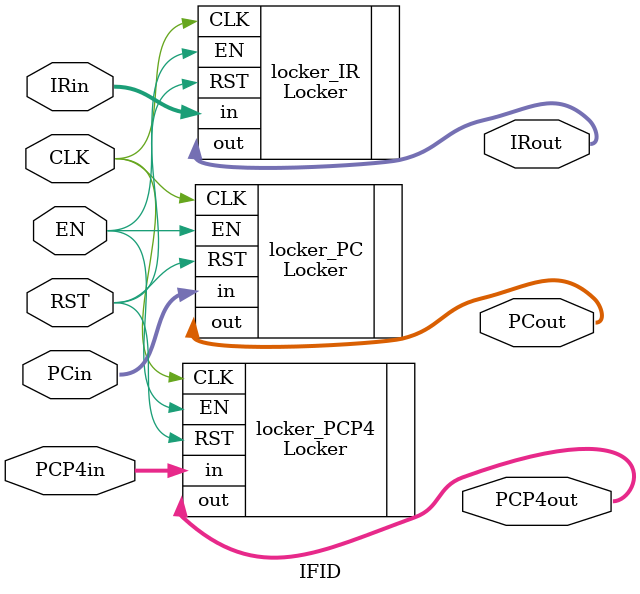
<source format=v>
`timescale 1ns / 1ps

module IFID (
    input CLK,
    input RST,
    input EN,
    input [31:0] PCin,
    output [31:0] PCout,
    input [31:0] PCP4in,
    output [31:0] PCP4out,
    input [31:0] IRin,
    output [31:0] IRout
);
    Locker #(
        .WID(32)
    ) locker_PC (
        .CLK(CLK),
        .RST(RST),
        .EN(EN),
        .in(PCin),
        .out(PCout)
    );

    Locker #(
        .WID(32)
    ) locker_PCP4 (
        .CLK(CLK),
        .RST(RST),
        .EN(EN),
        .in(PCP4in),
        .out(PCP4out)
    );

    Locker #(
        .WID(32)
    ) locker_IR (
        .CLK(CLK),
        .RST(RST),
        .EN(EN),
        .in(IRin),
        .out(IRout)
    );
endmodule
</source>
